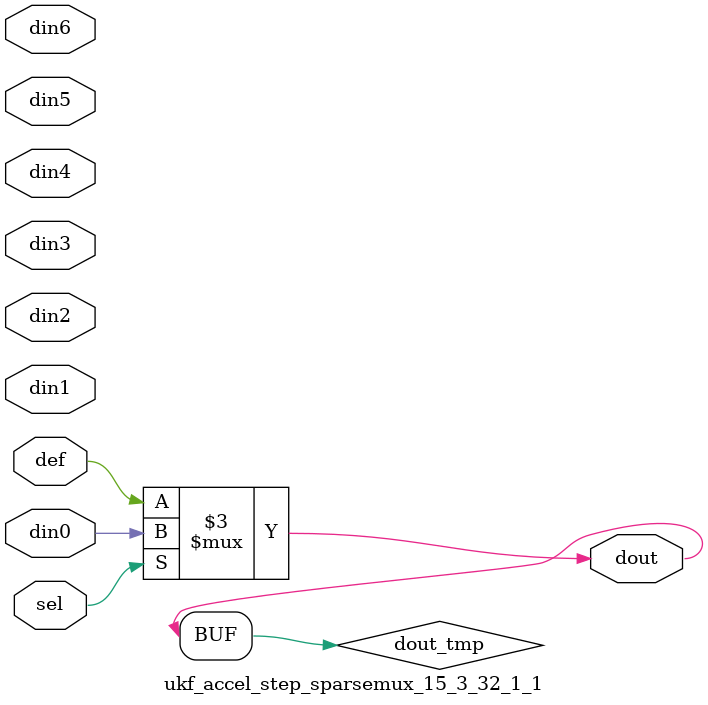
<source format=v>
`timescale 1ns / 1ps

module ukf_accel_step_sparsemux_15_3_32_1_1 (din0,din1,din2,din3,din4,din5,din6,def,sel,dout);

parameter din0_WIDTH = 1;

parameter din1_WIDTH = 1;

parameter din2_WIDTH = 1;

parameter din3_WIDTH = 1;

parameter din4_WIDTH = 1;

parameter din5_WIDTH = 1;

parameter din6_WIDTH = 1;

parameter def_WIDTH = 1;
parameter sel_WIDTH = 1;
parameter dout_WIDTH = 1;

parameter [sel_WIDTH-1:0] CASE0 = 1;

parameter [sel_WIDTH-1:0] CASE1 = 1;

parameter [sel_WIDTH-1:0] CASE2 = 1;

parameter [sel_WIDTH-1:0] CASE3 = 1;

parameter [sel_WIDTH-1:0] CASE4 = 1;

parameter [sel_WIDTH-1:0] CASE5 = 1;

parameter [sel_WIDTH-1:0] CASE6 = 1;

parameter ID = 1;
parameter NUM_STAGE = 1;



input [din0_WIDTH-1:0] din0;

input [din1_WIDTH-1:0] din1;

input [din2_WIDTH-1:0] din2;

input [din3_WIDTH-1:0] din3;

input [din4_WIDTH-1:0] din4;

input [din5_WIDTH-1:0] din5;

input [din6_WIDTH-1:0] din6;

input [def_WIDTH-1:0] def;
input [sel_WIDTH-1:0] sel;

output [dout_WIDTH-1:0] dout;



reg [dout_WIDTH-1:0] dout_tmp;


always @ (*) begin
(* parallel_case *) case (sel)
    
    CASE0 : dout_tmp = din0;
    
    CASE1 : dout_tmp = din1;
    
    CASE2 : dout_tmp = din2;
    
    CASE3 : dout_tmp = din3;
    
    CASE4 : dout_tmp = din4;
    
    CASE5 : dout_tmp = din5;
    
    CASE6 : dout_tmp = din6;
    
    default : dout_tmp = def;
endcase
end


assign dout = dout_tmp;



endmodule

</source>
